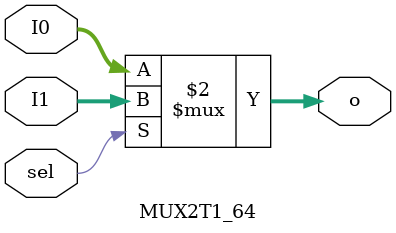
<source format=v>
`timescale 1ns / 1ps
module 	MUX2T1_64(input[63:0]I0,
						 input[63:0]I1,
						 input sel,
						 output[63:0]o
						 );

	assign o = (sel == 0) ? I0 : I1;		//64Î»2Ñ¡Ò»,I0¡¢I1¶ÔÓ¦Ñ¡ÔñÍ¨µÀ0¡¢1

endmodule

</source>
